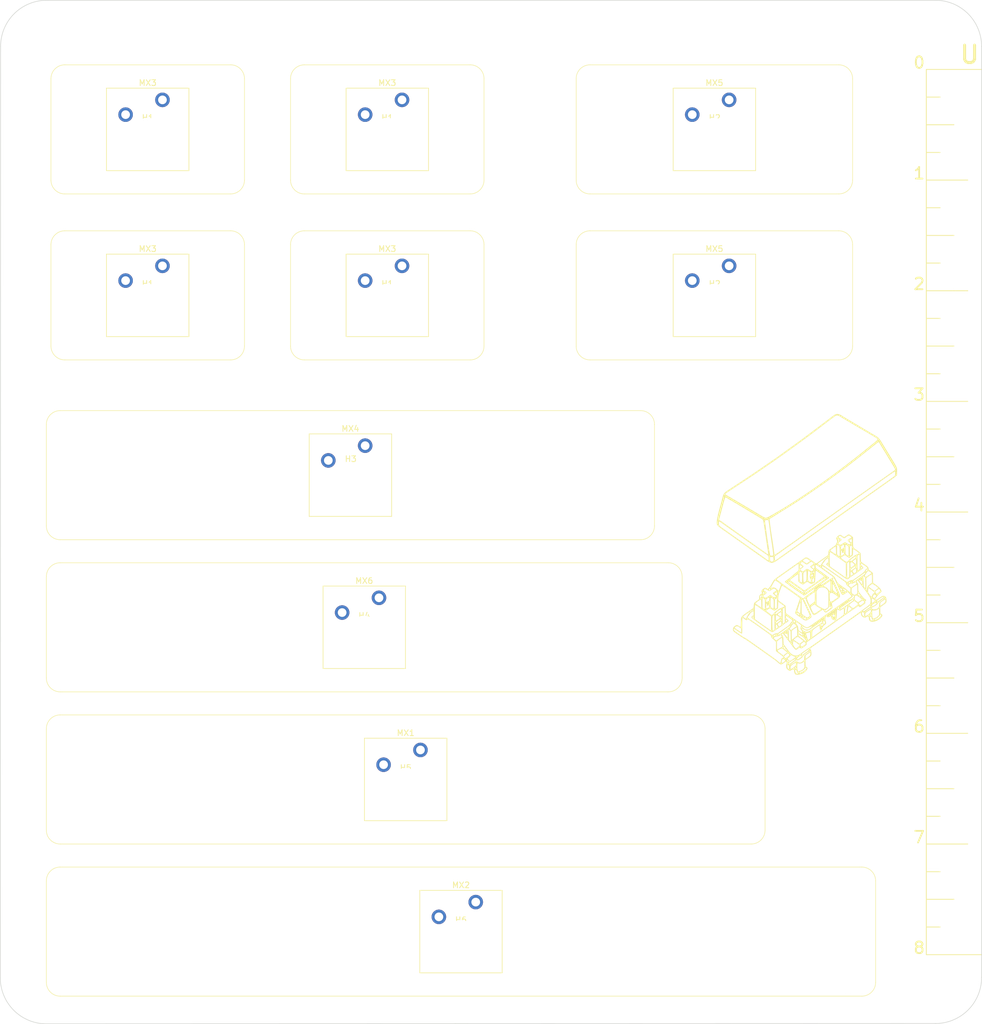
<source format=kicad_pcb>
(kicad_pcb (version 20221018) (generator pcbnew)
  (layers (0 "F.Cu" signal) (31 "B.Cu" signal) (34 "B.Paste" user) (35 "F.Paste" user) (36 "B.SilkS" user "B.Silkscreen") (37 "F.SilkS" user "F.Silkscreen") (38 "B.Mask" user) (39 "F.Mask" user) (44 "Edge.Cuts" user))
  (net 0 "")
  (footprint "Mounting_Keyboard_Stabilizer:Stabilizer_Cherry_MX_3.00u" (layer "F.Cu") (at 208.812 69.85)
    (fp_text reference "H2" (at 0 -2) (layer "F.SilkS"))
    (fp_text value "MountingHole")
    (pad "" np_thru_hole circle (at -19.05 -6.985) (size 3.048 3.048) (drill 3.048) (layers "*.Cu" "*.Mask"))
    (pad "" np_thru_hole circle (at -19.05 8.225) (size 3.9878 3.9878) (drill 3.9878) (layers "*.Cu" "*.Mask"))
    (pad "" np_thru_hole circle (at 19.05 -6.985) (size 3.048 3.048) (drill 3.048) (layers "*.Cu" "*.Mask"))
    (pad "" np_thru_hole circle (at 19.05 8.225) (size 3.9878 3.9878) (drill 3.9878) (layers "*.Cu" "*.Mask"))
  )
  (footprint "mx-switches:CherryMX-1.00U" (layer "F.Cu") (at 155.575 181.76875)
    (fp_text reference "MX1" (at 0 -8) (layer "F.SilkS"))
    (fp_text value "MX-NoLED")
    (pad "" np_thru_hole circle (at -5.08 0) (size 1.75 1.75) (drill 1.75) (layers "*.Cu" "*.Mask"))
    (pad "" np_thru_hole circle (at 0 0) (size 4 4) (drill 4) (layers "*.Cu" "*.Mask"))
    (pad "" np_thru_hole circle (at 5.08 0) (size 1.75 1.75) (drill 1.75) (layers "*.Cu" "*.Mask"))
    (pad "1" thru_hole circle (at -3.81 -2.54) (size 2.5 2.5) (drill 1.5) (layers "*.Cu" "B.Mask"))
    (pad "2" thru_hole circle (at 2.54 -5.08) (size 2.5 2.5) (drill 1.5) (layers "*.Cu" "B.Mask"))
  )
  (footprint "Mounting_Keyboard_Stabilizer:Stabilizer_Cherry_MX_6.25u" (layer "F.Cu") (at 148.43125 155.575)
    (fp_text reference "H4" (at 0 -2) (layer "F.SilkS"))
    (fp_text value "MountingHole")
    (pad "" np_thru_hole circle (at -50 -6.985) (size 3.048 3.048) (drill 3.048) (layers "*.Cu" "*.Mask"))
    (pad "" np_thru_hole circle (at -50 8.225) (size 3.9878 3.9878) (drill 3.9878) (layers "*.Cu" "*.Mask"))
    (pad "" np_thru_hole circle (at 50 -6.985) (size 3.048 3.048) (drill 3.048) (layers "*.Cu" "*.Mask"))
    (pad "" np_thru_hole circle (at 50 8.225) (size 3.9878 3.9878) (drill 3.9878) (layers "*.Cu" "*.Mask"))
  )
  (footprint "MountingHole:MountingHole_2.2mm_M2_ISO7380" (layer "F.Cu") (at 91.28125 53.18125)
    (fp_text reference "H7" hide)
    (fp_text value "MountingHole")
    (pad "" np_thru_hole circle (at 0 0) (size 2.2 2.2) (drill 2.2) (layers "*.Cu" "*.Mask"))
  )
  (footprint "Mounting_Keyboard_Stabilizer:Stabilizer_Cherry_MX_2.00u" (layer "F.Cu") (at 111.125 98.425)
    (fp_text reference "H1" (at 0 -2) (layer "F.SilkS"))
    (fp_text value "MountingHole")
    (pad "" np_thru_hole circle (at -11.938 -6.985) (size 3.048 3.048) (drill 3.048) (layers "F&B.Cu" "*.Mask"))
    (pad "" np_thru_hole circle (at -11.938 8.225) (size 3.9878 3.9878) (drill 3.9878) (layers "F&B.Cu" "*.Mask"))
    (pad "" np_thru_hole circle (at 11.938 -6.985) (size 3.048 3.048) (drill 3.048) (layers "F&B.Cu" "*.Mask"))
    (pad "" np_thru_hole circle (at 11.938 8.225) (size 3.9878 3.9878) (drill 3.9878) (layers "F&B.Cu" "*.Mask"))
  )
  (footprint "MountingHole:MountingHole_2.2mm_M2_ISO7380" (layer "F.Cu") (at 249.2375 218.28125)
    (fp_text reference "H9" hide)
    (fp_text value "MountingHole")
    (pad "" np_thru_hole circle (at 0 0) (size 2.2 2.2) (drill 2.2) (layers "*.Cu" "*.Mask"))
  )
  (footprint "Mounting_Keyboard_Stabilizer:Stabilizer_Cherry_MX_2.00u" (layer "F.Cu") (at 152.4 98.425)
    (fp_text reference "H1" (at 0 -2) (layer "F.SilkS"))
    (fp_text value "MountingHole")
    (pad "" np_thru_hole circle (at -11.938 -6.985) (size 3.048 3.048) (drill 3.048) (layers "F&B.Cu" "*.Mask"))
    (pad "" np_thru_hole circle (at -11.938 8.225) (size 3.9878 3.9878) (drill 3.9878) (layers "F&B.Cu" "*.Mask"))
    (pad "" np_thru_hole circle (at 11.938 -6.985) (size 3.048 3.048) (drill 3.048) (layers "F&B.Cu" "*.Mask"))
    (pad "" np_thru_hole circle (at 11.938 8.225) (size 3.9878 3.9878) (drill 3.9878) (layers "F&B.Cu" "*.Mask"))
  )
  (footprint "Mounting_Keyboard_Stabilizer:Stabilizer_Cherry_MX_7.00u" (layer "F.Cu") (at 155.575 181.76875)
    (fp_text reference "H5" (at 0 -2) (layer "F.SilkS"))
    (fp_text value "MountingHole")
    (pad "" np_thru_hole circle (at -57.15 -6.985) (size 3.048 3.048) (drill 3.048) (layers "*.Cu" "*.Mask"))
    (pad "" np_thru_hole circle (at -57.15 8.225) (size 3.9878 3.9878) (drill 3.9878) (layers "*.Cu" "*.Mask"))
    (pad "" np_thru_hole circle (at 57.15 -6.985) (size 3.048 3.048) (drill 3.048) (layers "*.Cu" "*.Mask"))
    (pad "" np_thru_hole circle (at 57.15 8.225) (size 3.9878 3.9878) (drill 3.9878) (layers "*.Cu" "*.Mask"))
  )
  (footprint "mx-switches:CherryMX-1.00U" (layer "F.Cu") (at 152.4 69.85)
    (fp_text reference "MX3" (at 0 -8) (layer "F.SilkS"))
    (fp_text value "MX-NoLED")
    (pad "" np_thru_hole circle (at -5.08 0) (size 1.75 1.75) (drill 1.75) (layers "F&B.Cu" "*.Mask"))
    (pad "" np_thru_hole circle (at 0 0) (size 4 4) (drill 4) (layers "F&B.Cu" "*.Mask"))
    (pad "" np_thru_hole circle (at 5.08 0) (size 1.75 1.75) (drill 1.75) (layers "F&B.Cu" "*.Mask"))
    (pad "1" thru_hole circle (at -3.81 -2.54) (size 2.5 2.5) (drill 1.5) (layers "F&B.Cu" "B.Mask"))
    (pad "2" thru_hole circle (at 2.54 -5.08) (size 2.5 2.5) (drill 1.5) (layers "F&B.Cu" "B.Mask"))
  )
  (footprint "mx-switches:CherryMX-1.00U" (layer "F.Cu") (at 111.125 98.425)
    (fp_text reference "MX3" (at 0 -8) (layer "F.SilkS"))
    (fp_text value "MX-NoLED")
    (pad "" np_thru_hole circle (at -5.08 0) (size 1.75 1.75) (drill 1.75) (layers "F&B.Cu" "*.Mask"))
    (pad "" np_thru_hole circle (at 0 0) (size 4 4) (drill 4) (layers "F&B.Cu" "*.Mask"))
    (pad "" np_thru_hole circle (at 5.08 0) (size 1.75 1.75) (drill 1.75) (layers "F&B.Cu" "*.Mask"))
    (pad "1" thru_hole circle (at -3.81 -2.54) (size 2.5 2.5) (drill 1.5) (layers "F&B.Cu" "B.Mask"))
    (pad "2" thru_hole circle (at 2.54 -5.08) (size 2.5 2.5) (drill 1.5) (layers "F&B.Cu" "B.Mask"))
  )
  (footprint "Mounting_Keyboard_Stabilizer:Stabilizer_Cherry_MX_6.00u" (layer "F.Cu") (at 146.10575 128.5875)
    (fp_text reference "H3" (at 0 -2) (layer "F.SilkS"))
    (fp_text value "MountingHole")
    (pad "" np_thru_hole circle (at -47.625 -6.985) (size 3.048 3.048) (drill 3.048) (layers "*.Cu" "*.Mask"))
    (pad "" np_thru_hole circle (at -47.625 8.225) (size 3.9878 3.9878) (drill 3.9878) (layers "*.Cu" "*.Mask"))
    (pad "" np_thru_hole circle (at 47.625 -6.985) (size 3.048 3.048) (drill 3.048) (layers "*.Cu" "*.Mask"))
    (pad "" np_thru_hole circle (at 47.625 8.225) (size 3.9878 3.9878) (drill 3.9878) (layers "*.Cu" "*.Mask"))
  )
  (footprint "mx-switches:CherryMX-1.00U" (layer "F.Cu") (at 208.75625 69.85)
    (fp_text reference "MX5" (at 0 -8) (layer "F.SilkS"))
    (fp_text value "MX-NoLED")
    (pad "" np_thru_hole circle (at -5.08 0) (size 1.75 1.75) (drill 1.75) (layers "*.Cu" "*.Mask"))
    (pad "" np_thru_hole circle (at 0 0) (size 4 4) (drill 4) (layers "*.Cu" "*.Mask"))
    (pad "" np_thru_hole circle (at 5.08 0) (size 1.75 1.75) (drill 1.75) (layers "*.Cu" "*.Mask"))
    (pad "1" thru_hole circle (at -3.81 -2.54) (size 2.5 2.5) (drill 1.5) (layers "*.Cu" "B.Mask"))
    (pad "2" thru_hole circle (at 2.54 -5.08) (size 2.5 2.5) (drill 1.5) (layers "*.Cu" "B.Mask"))
  )
  (footprint "mx-switches:CherryMX-1.00U" (layer "F.Cu") (at 146.05 129.38125)
    (fp_text reference "MX4" (at 0 -8) (layer "F.SilkS"))
    (fp_text value "MX-NoLED")
    (pad "" np_thru_hole circle (at -5.08 0) (size 1.75 1.75) (drill 1.75) (layers "*.Cu" "*.Mask"))
    (pad "" np_thru_hole circle (at 0 0) (size 4 4) (drill 4) (layers "*.Cu" "*.Mask"))
    (pad "" np_thru_hole circle (at 5.08 0) (size 1.75 1.75) (drill 1.75) (layers "*.Cu" "*.Mask"))
    (pad "1" thru_hole circle (at -3.81 -2.54) (size 2.5 2.5) (drill 1.5) (layers "*.Cu" "B.Mask"))
    (pad "2" thru_hole circle (at 2.54 -5.08) (size 2.5 2.5) (drill 1.5) (layers "*.Cu" "B.Mask"))
  )
  (footprint "Mounting_Keyboard_Stabilizer:Stabilizer_Cherry_MX_2.00u" (layer "F.Cu") (at 152.4 69.85)
    (fp_text reference "H1" (at 0 -2) (layer "F.SilkS"))
    (fp_text value "MountingHole")
    (pad "" np_thru_hole circle (at -11.938 -6.985) (size 3.048 3.048) (drill 3.048) (layers "F&B.Cu" "*.Mask"))
    (pad "" np_thru_hole circle (at -11.938 8.225) (size 3.9878 3.9878) (drill 3.9878) (layers "F&B.Cu" "*.Mask"))
    (pad "" np_thru_hole circle (at 11.938 -6.985) (size 3.048 3.048) (drill 3.048) (layers "F&B.Cu" "*.Mask"))
    (pad "" np_thru_hole circle (at 11.938 8.225) (size 3.9878 3.9878) (drill 3.9878) (layers "F&B.Cu" "*.Mask"))
  )
  (footprint "LOGO" (layer "F.Cu") (at 224.63125 142.875)
    (fp_text reference "G***" hide)
    (fp_text value "LOGO" hide)
  )
  (footprint "Mounting_Keyboard_Stabilizer:Stabilizer_Cherry_MX_2.00u" (layer "F.Cu") (at 111.125 69.85)
    (fp_text reference "H1" (at 0 -2) (layer "F.SilkS"))
    (fp_text value "MountingHole")
    (pad "" np_thru_hole circle (at -11.938 -6.985) (size 3.048 3.048) (drill 3.048) (layers "*.Cu" "*.Mask"))
    (pad "" np_thru_hole circle (at -11.938 8.225) (size 3.9878 3.9878) (drill 3.9878) (layers "*.Cu" "*.Mask"))
    (pad "" np_thru_hole circle (at 11.938 -6.985) (size 3.048 3.048) (drill 3.048) (layers "*.Cu" "*.Mask"))
    (pad "" np_thru_hole circle (at 11.938 8.225) (size 3.9878 3.9878) (drill 3.9878) (layers "*.Cu" "*.Mask"))
  )
  (footprint "Mounting_Keyboard_Stabilizer:Stabilizer_Cherry_MX_8.00u" (layer "F.Cu") (at 165.1 207.9625)
    (fp_text reference "H6" (at 0 -2) (layer "F.SilkS"))
    (fp_text value "MountingHole")
    (pad "" np_thru_hole circle (at -66.675 -6.985) (size 3.048 3.048) (drill 3.048) (layers "*.Cu" "*.Mask"))
    (pad "" np_thru_hole circle (at -66.675 8.225) (size 3.9878 3.9878) (drill 3.9878) (layers "*.Cu" "*.Mask"))
    (pad "" np_thru_hole circle (at 66.675 -6.985) (size 3.048 3.048) (drill 3.048) (layers "*.Cu" "*.Mask"))
    (pad "" np_thru_hole circle (at 66.675 8.225) (size 3.9878 3.9878) (drill 3.9878) (layers "*.Cu" "*.Mask"))
  )
  (footprint "mx-switches:CherryMX-1.00U" (layer "F.Cu") (at 208.75625 98.425)
    (fp_text reference "MX5" (at 0 -8) (layer "F.SilkS"))
    (fp_text value "MX-NoLED")
    (pad "" np_thru_hole circle (at -5.08 0) (size 1.75 1.75) (drill 1.75) (layers "F&B.Cu" "*.Mask"))
    (pad "" np_thru_hole circle (at 0 0) (size 4 4) (drill 4) (layers "F&B.Cu" "*.Mask"))
    (pad "" np_thru_hole circle (at 5.08 0) (size 1.75 1.75) (drill 1.75) (layers "F&B.Cu" "*.Mask"))
    (pad "1" thru_hole circle (at -3.81 -2.54) (size 2.5 2.5) (drill 1.5) (layers "F&B.Cu" "B.Mask"))
    (pad "2" thru_hole circle (at 2.54 -5.08) (size 2.5 2.5) (drill 1.5) (layers "F&B.Cu" "B.Mask"))
  )
  (footprint "mx-switches:CherryMX-1.00U" (layer "F.Cu") (at 152.4 98.425)
    (fp_text reference "MX3" (at 0 -8) (layer "F.SilkS"))
    (fp_text value "MX-NoLED")
    (pad "" np_thru_hole circle (at -5.08 0) (size 1.75 1.75) (drill 1.75) (layers "F&B.Cu" "*.Mask"))
    (pad "" np_thru_hole circle (at 0 0) (size 4 4) (drill 4) (layers "F&B.Cu" "*.Mask"))
    (pad "" np_thru_hole circle (at 5.08 0) (size 1.75 1.75) (drill 1.75) (layers "F&B.Cu" "*.Mask"))
    (pad "1" thru_hole circle (at -3.81 -2.54) (size 2.5 2.5) (drill 1.5) (layers "F&B.Cu" "B.Mask"))
    (pad "2" thru_hole circle (at 2.54 -5.08) (size 2.5 2.5) (drill 1.5) (layers "F&B.Cu" "B.Mask"))
  )
  (footprint "MountingHole:MountingHole_2.2mm_M2_ISO7380" (layer "F.Cu") (at 249.2375 53.18125)
    (fp_text reference "H10" hide)
    (fp_text value "MountingHole")
    (pad "" np_thru_hole circle (at 0 0) (size 2.2 2.2) (drill 2.2) (layers "*.Cu" "*.Mask"))
  )
  (footprint "MountingHole:MountingHole_2.2mm_M2_ISO7380" (layer "F.Cu") (at 91.28125 218.28125)
    (fp_text reference "H8" hide)
    (fp_text value "MountingHole")
    (pad "" np_thru_hole circle (at 0 0) (size 2.2 2.2) (drill 2.2) (layers "*.Cu" "*.Mask"))
  )
  (footprint "mx-switches:CherryMX-1.00U" (layer "F.Cu") (at 148.43125 155.575)
    (fp_text reference "MX6" (at 0 -8) (layer "F.SilkS"))
    (fp_text value "MX-NoLED")
    (pad "" np_thru_hole circle (at -5.08 0) (size 1.75 1.75) (drill 1.75) (layers "*.Cu" "*.Mask"))
    (pad "" np_thru_hole circle (at 0 0) (size 4 4) (drill 4) (layers "*.Cu" "*.Mask"))
    (pad "" np_thru_hole circle (at 5.08 0) (size 1.75 1.75) (drill 1.75) (layers "*.Cu" "*.Mask"))
    (pad "1" thru_hole circle (at -3.81 -2.54) (size 2.5 2.5) (drill 1.5) (layers "*.Cu" "B.Mask"))
    (pad "2" thru_hole circle (at 2.54 -5.08) (size 2.5 2.5) (drill 1.5) (layers "*.Cu" "B.Mask"))
  )
  (footprint "mx-switches:CherryMX-1.00U" (layer "F.Cu") (at 111.125 69.85)
    (fp_text reference "MX3" (at 0 -8) (layer "F.SilkS"))
    (fp_text value "MX-NoLED")
    (pad "" np_thru_hole circle (at -5.08 0) (size 1.75 1.75) (drill 1.75) (layers "*.Cu" "*.Mask"))
    (pad "" np_thru_hole circle (at 0 0) (size 4 4) (drill 4) (layers "*.Cu" "*.Mask"))
    (pad "" np_thru_hole circle (at 5.08 0) (size 1.75 1.75) (drill 1.75) (layers "*.Cu" "*.Mask"))
    (pad "1" thru_hole circle (at -3.81 -2.54) (size 2.5 2.5) (drill 1.5) (layers "*.Cu" "B.Mask"))
    (pad "2" thru_hole circle (at 2.54 -5.08) (size 2.5 2.5) (drill 1.5) (layers "*.Cu" "B.Mask"))
  )
  (footprint "Mounting_Keyboard_Stabilizer:Stabilizer_Cherry_MX_3.00u" (layer "F.Cu") (at 208.812 98.425)
    (fp_text reference "H2" (at 0 -2) (layer "F.SilkS"))
    (fp_text value "MountingHole")
    (pad "" np_thru_hole circle (at -19.05 -6.985) (size 3.048 3.048) (drill 3.048) (layers "F&B.Cu" "*.Mask"))
    (pad "" np_thru_hole circle (at -19.05 8.225) (size 3.9878 3.9878) (drill 3.9878) (layers "F&B.Cu" "*.Mask"))
    (pad "" np_thru_hole circle (at 19.05 -6.985) (size 3.048 3.048) (drill 3.048) (layers "F&B.Cu" "*.Mask"))
    (pad "" np_thru_hole circle (at 19.05 8.225) (size 3.9878 3.9878) (drill 3.9878) (layers "F&B.Cu" "*.Mask"))
  )
  (footprint "mx-switches:CherryMX-1.00U" (layer "F.Cu") (at 165.1 207.9625)
    (fp_text reference "MX2" (at 0 -8) (layer "F.SilkS"))
    (fp_text value "MX-NoLED")
    (pad "" np_thru_hole circle (at -5.08 0) (size 1.75 1.75) (drill 1.75) (layers "*.Cu" "*.Mask"))
    (pad "" np_thru_hole circle (at 0 0) (size 4 4) (drill 4) (layers "*.Cu" "*.Mask"))
    (pad "" np_thru_hole circle (at 5.08 0) (size 1.75 1.75) (drill 1.75) (layers "*.Cu" "*.Mask"))
    (pad "1" thru_hole circle (at -3.81 -2.54) (size 2.5 2.5) (drill 1.5) (layers "*.Cu" "B.Mask"))
    (pad "2" thru_hole circle (at 2.54 -5.08) (size 2.5 2.5) (drill 1.5) (layers "*.Cu" "B.Mask"))
  )
  (gr_line (start 196.05625 140.49375) (end 96.04375 140.49375) (stroke (width 0.1)) (layer "F.SilkS"))
  (gr_arc (start 215.10625 170.65625) (mid 216.790066 171.353699) (end 217.4875 173.0375) (stroke (width 0.1)) (layer "F.SilkS"))
  (gr_arc (start 200.81875 144.4625) (mid 202.502566 145.159949) (end 203.2 146.84375) (stroke (width 0.1)) (layer "F.SilkS"))
  (gr_arc (start 125.4125 58.7375) (mid 127.096298 59.434952) (end 127.79375 61.11875) (stroke (width 0.1)) (layer "F.SilkS"))
  (gr_line (start 203.2 146.84375) (end 203.2 164.30625) (stroke (width 0.1)) (layer "F.SilkS"))
  (gr_line (start 245.26875 135.73125) (end 252.4125 135.73125) (stroke (width 0.15)) (layer "F.SilkS"))
  (gr_arc (start 96.04375 192.88125) (mid 94.359952 192.183798) (end 93.6625 190.5) (stroke (width 0.1)) (layer "F.SilkS"))
  (gr_arc (start 187.325 109.5375) (mid 185.641202 108.840048) (end 184.94375 107.15625) (stroke (width 0.1)) (layer "F.SilkS"))
  (gr_line (start 230.1875 80.9625) (end 187.325 80.9625) (stroke (width 0.1)) (layer "F.SilkS"))
  (gr_line (start 230.1875 109.5375) (end 187.325 109.5375) (stroke (width 0.1)) (layer "F.SilkS"))
  (gr_arc (start 125.4125 87.3125) (mid 127.096298 88.009952) (end 127.79375 89.69375) (stroke (width 0.1)) (layer "F.SilkS"))
  (gr_line (start 187.325 87.3125) (end 230.1875 87.3125) (stroke (width 0.1)) (layer "F.SilkS"))
  (gr_line (start 135.73125 78.58125) (end 135.73125 61.11875) (stroke (width 0.1)) (layer "F.SilkS"))
  (gr_line (start 245.26875 145.25625) (end 250.03125 145.25625) (stroke (width 0.15)) (layer "F.SilkS"))
  (gr_line (start 96.04375 196.85) (end 234.15625 196.85) (stroke (width 0.1)) (layer "F.SilkS"))
  (gr_arc (start 135.73125 89.69375) (mid 136.428702 88.009952) (end 138.1125 87.3125) (stroke (width 0.1)) (layer "F.SilkS"))
  (gr_line (start 96.04375 118.26875) (end 196.05625 118.26875) (stroke (width 0.1)) (layer "F.SilkS"))
  (gr_line (start 245.26875 207.16875) (end 247.65 207.16875) (stroke (width 0.15)) (layer "F.SilkS"))
  (gr_line (start 245.26875 164.30625) (end 250.03125 164.30625) (stroke (width 0.15)) (layer "F.SilkS"))
  (gr_line (start 250.03125 97.63125) (end 252.4125 97.63125) (stroke (width 0.15)) (layer "F.SilkS"))
  (gr_arc (start 135.73125 61.11875) (mid 136.428702 59.434952) (end 138.1125 58.7375) (stroke (width 0.1)) (layer "F.SilkS"))
  (gr_line (start 125.4125 80.9625) (end 96.8375 80.9625) (stroke (width 0.1)) (layer "F.SilkS"))
  (gr_line (start 127.79375 89.69375) (end 127.79375 107.15625) (stroke (width 0.1)) (layer "F.SilkS"))
  (gr_arc (start 96.04375 140.49375) (mid 94.359952 139.796298) (end 93.6625 138.1125) (stroke (width 0.1)) (layer "F.SilkS"))
  (gr_arc (start 184.94375 89.69375) (mid 185.641202 88.009952) (end 187.325 87.3125) (stroke (width 0.1)) (layer "F.SilkS"))
  (gr_line (start 245.26875 111.91875) (end 247.65 111.91875) (stroke (width 0.15)) (layer "F.SilkS"))
  (gr_line (start 245.26875 92.86875) (end 247.65 92.86875) (stroke (width 0.15)) (layer "F.SilkS"))
  (gr_line (start 245.26875 107.15625) (end 250.03125 107.15625) (stroke (width 0.15)) (layer "F.SilkS"))
  (gr_arc (start 230.1875 58.7375) (mid 231.871298 59.434952) (end 232.56875 61.11875) (stroke (width 0.1)) (layer "F.SilkS"))
  (gr_arc (start 169.06875 78.58125) (mid 168.371298 80.265048) (end 166.6875 80.9625) (stroke (width 0.1)) (layer "F.SilkS"))
  (gr_arc (start 96.8375 109.5375) (mid 95.153702 108.840048) (end 94.45625 107.15625) (stroke (width 0.1)) (layer "F.SilkS"))
  (gr_line (start 198.4375 120.65) (end 198.4375 138.1125) (stroke (width 0.1)) (layer "F.SilkS"))
  (gr_line (start 96.04375 170.65625) (end 215.10625 170.65625) (stroke (width 0.1)) (layer "F.SilkS"))
  (gr_line (start 93.6625 216.69375) (end 93.6625 199.23125) (stroke (width 0.1)) (layer "F.SilkS"))
  (gr_arc (start 94.45625 61.11875) (mid 95.153702 59.434952) (end 96.8375 58.7375) (stroke (width 0.1)) (layer "F.SilkS"))
  (gr_arc (start 230.1875 87.3125) (mid 231.871316 88.009949) (end 232.56875 89.69375) (stroke (width 0.1)) (layer "F.SilkS"))
  (gr_line (start 245.26875 64.29375) (end 247.65 64.29375) (stroke (width 0.15)) (layer "F.SilkS"))
  (gr_line (start 93.6625 138.1125) (end 93.6625 120.65) (stroke (width 0.1)) (layer "F.SilkS"))
  (gr_line (start 184.94375 107.15625) (end 184.94375 89.69375) (stroke (width 0.1)) (layer "F.SilkS"))
  (gr_line (start 245.26875 73.81875) (end 247.65 73.81875) (stroke (width 0.15)) (layer "F.SilkS"))
  (gr_line (start 138.1125 87.3125) (end 166.6875 87.3125) (stroke (width 0.1)) (layer "F.SilkS"))
  (gr_line (start 245.26875 130.96875) (end 247.65 130.96875) (stroke (width 0.15)) (layer "F.SilkS"))
  (gr_line (start 245.26875 97.63125) (end 250.03125 97.63125) (stroke (width 0.15)) (layer "F.SilkS"))
  (gr_arc (start 94.45625 89.69375) (mid 95.153702 88.009952) (end 96.8375 87.3125) (stroke (width 0.1)) (layer "F.SilkS"))
  (gr_line (start 245.26875 88.10625) (end 250.03125 88.10625) (stroke (width 0.15)) (layer "F.SilkS"))
  (gr_line (start 125.4125 109.5375) (end 96.8375 109.5375) (stroke (width 0.1)) (layer "F.SilkS"))
  (gr_line (start 217.4875 173.0375) (end 217.4875 190.5) (stroke (width 0.1)) (layer "F.SilkS"))
  (gr_arc (start 96.8375 80.9625) (mid 95.153702 80.265048) (end 94.45625 78.58125) (stroke (width 0.1)) (layer "F.SilkS"))
  (gr_line (start 138.1125 58.7375) (end 166.6875 58.7375) (stroke (width 0.1)) (layer "F.SilkS"))
  (gr_line (start 245.26875 169.06875) (end 247.65 169.06875) (stroke (width 0.15)) (layer "F.SilkS"))
  (gr_line (start 169.06875 89.69375) (end 169.06875 107.15625) (stroke (width 0.1)) (layer "F.SilkS"))
  (gr_line (start 245.26875 188.11875) (end 247.65 188.11875) (stroke (width 0.15)) (layer "F.SilkS"))
  (gr_line (start 232.56875 61.11875) (end 232.56875 78.58125) (stroke (width 0.1)) (layer "F.SilkS"))
  (gr_arc (start 138.1125 109.5375) (mid 136.428702 108.840048) (end 135.73125 107.15625) (stroke (width 0.1)) (layer "F.SilkS"))
  (gr_line (start 236.5375 199.23125) (end 236.5375 216.69375) (stroke (width 0.1)) (layer "F.SilkS"))
  (gr_line (start 184.94375 78.58125) (end 184.94375 61.11875) (stroke (width 0.1)) (layer "F.SilkS"))
  (gr_line (start 245.26875 192.88125) (end 252.4125 192.88125) (stroke (width 0.15)) (layer "F.SilkS"))
  (gr_line (start 245.26875 183.35625) (end 250.03125 183.35625) (stroke (width 0.15)) (layer "F.SilkS"))
  (gr_line (start 96.04375 144.4625) (end 200.81875 144.4625) (stroke (width 0.1)) (layer "F.SilkS"))
  (gr_line (start 245.26875 150.01875) (end 247.65 150.01875) (stroke (width 0.15)) (layer "F.SilkS"))
  (gr_arc (start 234.15625 196.85) (mid 235.840066 197.547449) (end 236.5375 199.23125) (stroke (width 0.1)) (layer "F.SilkS"))
  (gr_line (start 96.8375 58.7375) (end 125.4125 58.7375) (stroke (width 0.1)) (layer "F.SilkS"))
  (gr_arc (start 93.6625 199.23125) (mid 94.359952 197.547452) (end 96.04375 196.85) (stroke (width 0.1)) (layer "F.SilkS"))
  (gr_arc (start 232.56875 78.58125) (mid 231.871298 80.265048) (end 230.1875 80.9625) (stroke (width 0.1)) (layer "F.SilkS"))
  (gr_line (start 245.26875 121.44375) (end 247.65 121.44375) (stroke (width 0.15)) (layer "F.SilkS"))
  (gr_line (start 245.26875 154.78125) (end 252.4125 154.78125) (stroke (width 0.15)) (layer "F.SilkS"))
  (gr_arc (start 138.1125 80.9625) (mid 136.428702 80.265048) (end 135.73125 78.58125) (stroke (width 0.1)) (layer "F.SilkS"))
  (gr_arc (start 93.6625 120.65) (mid 94.359952 118.966202) (end 96.04375 118.26875) (stroke (width 0.1)) (layer "F.SilkS"))
  (gr_line (start 245.26875 78.58125) (end 252.4125 78.58125) (stroke (width 0.15)) (layer "F.SilkS"))
  (gr_line (start 245.26875 116.68125) (end 252.4125 116.68125) (stroke (width 0.15)) (layer "F.SilkS"))
  (gr_line (start 96.8375 87.3125) (end 125.4125 87.3125) (stroke (width 0.1)) (layer "F.SilkS"))
  (gr_arc (start 187.325 80.9625) (mid 185.641202 80.265048) (end 184.94375 78.58125) (stroke (width 0.1)) (layer "F.SilkS"))
  (gr_arc (start 166.6875 58.7375) (mid 168.371298 59.434952) (end 169.06875 61.11875) (stroke (width 0.1)) (layer "F.SilkS"))
  (gr_line (start 245.26875 211.93125) (end 254.79375 211.93125) (stroke (width 0.15)) (layer "F.SilkS"))
  (gr_arc (start 196.05625 118.26875) (mid 197.740066 118.966199) (end 198.4375 120.65) (stroke (width 0.1)) (layer "F.SilkS"))
  (gr_line (start 245.26875 59.53125) (end 245.26875 211.93125) (stroke (width 0.15)) (layer "F.SilkS"))
  (gr_line (start 245.26875 173.83125) (end 252.4125 173.83125) (stroke (width 0.15)) (layer "F.SilkS"))
  (gr_arc (start 203.2 164.30625) (mid 202.502548 165.990048) (end 200.81875 166.6875) (stroke (width 0.1)) (layer "F.SilkS"))
  (gr_line (start 245.26875 83.34375) (end 247.65 83.34375) (stroke (width 0.15)) (layer "F.SilkS"))
  (gr_line (start 127.79375 61.11875) (end 127.79375 78.58125) (stroke (width 0.1)) (layer "F.SilkS"))
  (gr_line (start 187.325 58.7375) (end 230.1875 58.7375) (stroke (width 0.1)) (layer "F.SilkS"))
  (gr_arc (start 236.5375 216.69375) (mid 235.840048 218.377548) (end 234.15625 219.075) (stroke (width 0.1)) (layer "F.SilkS"))
  (gr_line (start 245.26875 140.49375) (end 247.65 140.49375) (stroke (width 0.15)) (layer "F.SilkS"))
  (gr_line (start 93.6625 190.5) (end 93.6625 173.0375) (stroke (width 0.1)) (layer "F.SilkS"))
  (gr_arc (start 198.4375 138.1125) (mid 197.740048 139.796298) (end 196.05625 140.49375) (stroke (width 0.1)) (layer "F.SilkS"))
  (gr_line (start 166.6875 80.9625) (end 138.1125 80.9625) (stroke (width 0.1)) (layer "F.SilkS"))
  (gr_line (start 245.26875 178.59375) (end 247.65 178.59375) (stroke (width 0.15)) (layer "F.SilkS"))
  (gr_arc (start 96.04375 219.075) (mid 94.359952 218.377548) (end 93.6625 216.69375) (stroke (width 0.1)) (layer "F.SilkS"))
  (gr_arc (start 232.56875 107.15625) (mid 231.871298 108.840048) (end 230.1875 109.5375) (stroke (width 0.1)) (layer "F.SilkS"))
  (gr_line (start 200.81875 166.6875) (end 96.04375 166.6875) (stroke (width 0.1)) (layer "F.SilkS"))
  (gr_line (start 245.26875 102.39375) (end 247.65 102.39375) (stroke (width 0.15)) (layer "F.SilkS"))
  (gr_arc (start 217.4875 190.5) (mid 216.790048 192.183798) (end 215.10625 192.88125) (stroke (width 0.1)) (layer "F.SilkS"))
  (gr_line (start 169.06875 61.11875) (end 169.06875 78.58125) (stroke (width 0.1)) (layer "F.SilkS"))
  (gr_line (start 135.73125 107.15625) (end 135.73125 89.69375) (stroke (width 0.1)) (layer "F.SilkS"))
  (gr_arc (start 127.79375 107.15625) (mid 127.096298 108.840048) (end 125.4125 109.5375) (stroke (width 0.1)) (layer "F.SilkS"))
  (gr_arc (start 96.04375 166.6875) (mid 94.359952 165.990048) (end 93.6625 164.30625) (stroke (width 0.1)) (layer "F.SilkS"))
  (gr_line (start 245.26875 197.64375) (end 247.65 197.64375) (stroke (width 0.15)) (layer "F.SilkS"))
  (gr_line (start 93.6625 164.30625) (end 93.6625 146.84375) (stroke (width 0.1)) (layer "F.SilkS"))
  (gr_line (start 94.45625 107.15625) (end 94.45625 89.69375) (stroke (width 0.1)) (layer "F.SilkS"))
  (gr_arc (start 127.79375 78.58125) (mid 127.096298 80.265048) (end 125.4125 80.9625) (stroke (width 0.1)) (layer "F.SilkS"))
  (gr_line (start 245.26875 126.20625) (end 250.03125 126.20625) (stroke (width 0.15)) (layer "F.SilkS"))
  (gr_line (start 215.10625 192.88125) (end 96.04375 192.88125) (stroke (width 0.1)) (layer "F.SilkS"))
  (gr_arc (start 184.94375 61.11875) (mid 185.641202 59.434952) (end 187.325 58.7375) (stroke (width 0.1)) (layer "F.SilkS"))
  (gr_arc (start 166.6875 87.3125) (mid 168.371298 88.009952) (end 169.06875 89.69375) (stroke (width 0.1)) (layer "F.SilkS"))
  (gr_line (start 245.26875 202.40625) (end 250.03125 202.40625) (stroke (width 0.15)) (layer "F.SilkS"))
  (gr_arc (start 93.6625 173.0375) (mid 94.359952 171.353702) (end 96.04375 170.65625) (stroke (width 0.1)) (layer "F.SilkS"))
  (gr_line (start 234.15625 219.075) (end 96.04375 219.075) (stroke (width 0.1)) (layer "F.SilkS"))
  (gr_line (start 94.45625 78.58125) (end 94.45625 61.11875) (stroke (width 0.1)) (layer "F.SilkS"))
  (gr_arc (start 169.06875 107.15625) (mid 168.371298 108.840048) (end 166.6875 109.5375) (stroke (width 0.1)) (layer "F.SilkS"))
  (gr_line (start 232.56875 89.69375) (end 232.56875 107.15625) (stroke (width 0.1)) (layer "F.SilkS"))
  (gr_line (start 245.26875 59.53125) (end 254.79375 59.53125) (stroke (width 0.15)) (layer "F.SilkS"))
  (gr_arc (start 93.6625 146.84375) (mid 94.359952 145.159952) (end 96.04375 144.4625) (stroke (width 0.1)) (layer "F.SilkS"))
  (gr_line (start 245.26875 69.05625) (end 250.03125 69.05625) (stroke (width 0.15)) (layer "F.SilkS"))
  (gr_line (start 166.6875 109.5375) (end 138.1125 109.5375) (stroke (width 0.1)) (layer "F.SilkS"))
  (gr_line (start 245.26875 159.54375) (end 247.65 159.54375) (stroke (width 0.15)) (layer "F.SilkS"))
  (gr_line (start 254.79375 55.5625) (end 254.79375 215.84359) (stroke (width 0.1)) (layer "Edge.Cuts"))
  (gr_arc (start 254.79375 215.84359) (mid 252.468913 221.456253) (end 246.85625 223.78109) (stroke (width 0.1)) (layer "Edge.Cuts"))
  (gr_arc (start 85.78141 55.5625) (mid 88.10625 49.94984) (end 93.71891 47.625) (stroke (width 0.1)) (layer "Edge.Cuts"))
  (gr_line (start 93.6625 223.8375) (end 246.85625 223.78109) (stroke (width 0.1)) (layer "Edge.Cuts"))
  (gr_arc (start 93.6625 223.8375) (mid 88.04984 221.51266) (end 85.725 215.9) (stroke (width 0.1)) (layer "Edge.Cuts"))
  (gr_line (start 93.71891 47.625) (end 246.85625 47.625) (stroke (width 0.1)) (layer "Edge.Cuts"))
  (gr_line (start 85.725 215.9) (end 85.78141 55.5625) (stroke (width 0.1)) (layer "Edge.Cuts"))
  (gr_arc (start 246.85625 47.625) (mid 252.468917 49.949836) (end 254.79375 55.5625) (stroke (width 0.1)) (layer "Edge.Cuts"))
  (gr_text "3" (at 242.8875 116.68125) (layer "F.SilkS") (effects (font (size 2 2) (thickness 0.3)) (justify left bottom)))
  (gr_text "6" (at 242.8875 173.83125) (layer "F.SilkS") (effects (font (size 2 2) (thickness 0.3)) (justify left bottom)))
  (gr_text "7" (at 242.8875 192.88125) (layer "F.SilkS") (effects (font (size 2 2) (thickness 0.3)) (justify left bottom)))
  (gr_text "8" (at 242.8875 211.93125) (layer "F.SilkS") (effects (font (size 2 2) (thickness 0.3)) (justify left bottom)))
  (gr_text "0" (at 242.8875 59.53125) (layer "F.SilkS") (effects (font (size 2 2) (thickness 0.3)) (justify left bottom)))
  (gr_text "5" (at 242.8875 154.78125) (layer "F.SilkS") (effects (font (size 2 2) (thickness 0.3)) (justify left bottom)))
  (gr_text "U" (at 250.825 58.7375) (layer "F.SilkS") (effects (font (size 3 3) (thickness 0.5) bold) (justify left bottom)))
  (gr_text "4" (at 242.8875 135.73125) (layer "F.SilkS") (effects (font (size 2 2) (thickness 0.3)) (justify left bottom)))
  (gr_text "1" (at 242.8875 78.58125) (layer "F.SilkS") (effects (font (size 2 2) (thickness 0.3)) (justify left bottom)))
  (gr_text "2" (at 242.8875 97.63125) (layer "F.SilkS") (effects (font (size 2 2) (thickness 0.3)) (justify left bottom)))
)
</source>
